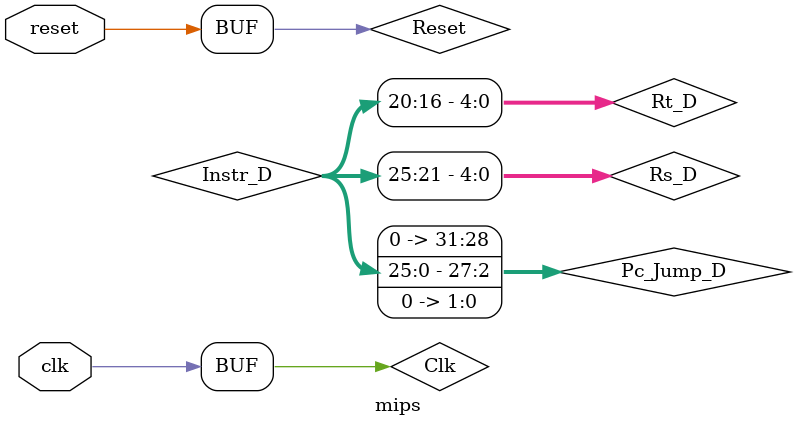
<source format=v>
`timescale 1ns / 1ps
 module mips(
    input clk,
    input reset
    );
	 //F¼¶Á÷Ë®Ïß
	 wire [31:0] Pc_F;
	 wire [31:0] Instr_F;
	 wire [31:0] Pc_Add1_F;
	 //D¼¶Á÷Ë®Ïß
	 wire [31:0] Pc_D;
	 wire [31:0] Instr_D;
	 wire [31:0] Pc_Branch_D, Pc_Jump_D, Pc_Jump_Result;
	 wire [31:0] Sign_Imme_D;
	 wire [31:0] Rd1_D, Rd2_D;
	 //D¼¶¿ØÖÆÐÅºÅ
	 wire Pc_Src_D, Jump_D, RegWrite_D, MemtoReg_D, MemWrite_D;
	 wire Alu_Src_D, Reg_Dst_D, Branch_D, Ext_Op_D, Equal_D;
	 wire [5:0] Op_D, Funct_D;
	 wire [4:0] Rs_D, Rt_D, Rd_M, Rd_W;
	 wire [31:0] Zero_In1;
	 wire [31:0] Zero_In2;
	 //E¼¶Á÷Ë®Ïß
	 wire [31:0] Sign_Imme_E;
	 wire [31:0] Rd1_E, Rd2_E, Result_E;
	 wire [4:0] Rs_E, Rt_E, Rd_E, RegDst_Out_E, Shamt_E;
	 wire [31:0] Src_A_E, Src_B_E, Write_Data_E, Alu_Out_E, Pc_E; 
	 wire [5:0] Op_E, Funct_E;
	 wire [4:0] WriteReg_E;
	 //E¼¶¿ØÖÆÐÅºÅ
	 wire RegWrite_E, MemtoReg_E, MemWrite_E;
	 wire Alu_Src_E, Reg_Dst_E, Branch_E, Ext_Op_E, Equal_E;
	 //M¼¶Á÷Ë®Ïß
	 wire [31:0] Result_M, Write_Data_M,Pc_M, DM_Out_M, Write_Data_ReSult_M;
	 wire [5:0] Op_M;
	 wire [4:0] WriteReg_M;
	  //M¼¶¿ØÖÆÐÅºÅ
	 wire RegWrite_M, MemtoReg_M, MemWrite_M;
	 //W¼¶Á÷Ë®Ïß
	 wire [31:0] DM_Out_W, Alu_Out_W, Result_W, Pc_W, Result_W;
	 wire [4:0] WriteReg_W, WriteReg_W;
	 wire RegWrite_W, MemtoReg_W;
	 //Tuse,Tnew
	 wire [1:0] Tnew_D, Tuse_Rs_D, Tuse_Rt_D;
	 wire [1:0] Tnew_E, Tuse_Rs_E, Tuse_Rt_E;
	 wire [1:0] Tnew_M, Tuse_Rs_M, Tuse_Rt_M;
	 wire [1:0] Tnew_W;
	 //ÔÝÍ£ÐÅºÅ
	 wire Pause;
	 assign Clk = clk;
	 assign Reset = reset;
	 assign Pc_Jump_D = {0,Instr_D[25:0]} << 2;
	 assign Pc_Src_D = Branch_D & Equal_D;
	 assign Rs_D = Instr_D[25:21];
	 assign Rt_D = Instr_D[20:16];
	 
	 
	 
	 wire [31:0] Pc_D_Real;
	 assign Pc_D_Real = ((Pc_D << 2) - 4);
//F¼¶Á÷Ë®Ïß
//////////////////////////////////////////////////////////////////////
	Im IM(
		.Pc_In(Pc_F),
		.Instr_Out(Instr_F)
	);
	Add4 ADD4(
		.Pc_In(Pc_F),
		.Pc_Add1_Out(Pc_Add1_F)
	);
	Pc PC(
		.Pc_Src_In(Pc_Src_D),
		.Jump_In(Jump_D),
		.Clk(Clk),
		.Reset(Reset),
		.Pause(Pause),
		.Bpc_In(Pc_Branch_D),
		.Jpc_In(Pc_Jump_Result),
		.Pc_Add1_In(Pc_Add1_F),
		.Pc_Out(Pc_F)
	);
	FDReg FDREG(
		.Instr_In(Instr_F),
		.Pc_In(Pc_Add1_F),
		.Instr_Out(Instr_D),
		.Pc_Out(Pc_D),
		.Clk(Clk),
		.Reset(Reset),
		.Pause(Pause)
	);
//D¼¶Á÷Ë®Ïß
//////////////////////////////////////////////////////////////////////
	Ctrl CTRL(
		//.Clk(clk),
		 //op,funcÊäÈë
		.Op_In(Instr_D[31:26]),
		.Funct_In(Instr_D[5:0]),
		//¿ØÖÆÐÅºÅÊä³ö
		.RegWrite_Out(RegWrite_D),
		.MemtoReg_Out(MemtoReg_D),
		.MemWrite_Out(MemWrite_D),
		.Alu_Src_Out(Alu_Src_D),
		.Reg_Dst_Out(Reg_Dst_D),
		.Branch_Out(Branch_D),
		.Jump_Out(Jump_D),
		.Ext_Op_Out(Ext_Op_D),
		.Jal_Reg_Out(Jal_Reg_D),
		.Jal_Data_Out(Jal_Data_D),
		.Jr_Out(Jr_D),
		//Tuse,Tnew
		.Tuse_Rs_Out(Tuse_Rs_D),
		.Tuse_Rt_Out(Tuse_Rt_D),
		.Tnew_Out(Tnew_D),
		//op,funcÊä³ö
		.Op_Out(Op_D),
		.Funct_Out(Funct_D)
	);
	Grf GRF(
		.Pc_In(Pc_W-1),
		.A1_In(Rs_D),
		.A2_In(Rt_D),
		.A3_In(WriteReg_W),
		.Wd3_In(Result_W),
		.Rd1_Out(Rd1_D),
		.Rd2_Out(Rd2_D),
		.Clk(Clk),
		.Reset(Reset),
		.We3_In(RegWrite_W)
	);
	Ext EXT(
		.Imme_In(Instr_D[15:0]),
		.Ext_Out(Sign_Imme_D),
		.Ext_Op(Ext_Op_D)
	);
	PcBranch PCBRANCH(
		.Pc_In(Pc_D),
		.Imme_In(Instr_D[15:0]),
		.Pc_Out(Pc_Branch_D)
	);
	Mux JR(
		.In32_1(Pc_Jump_D),
		.In32_2(Zero_In1),
		.Out_32(Pc_Jump_Result),
		.Sel(Jr_D)
	);
	Src Zero_1(
		//.Clk(clk),
		.Data_E(Rd1_D),
		.Data_M(Result_M),
		.Data_W(Result_W),
		.Reg_E(Rs_D),
		.Reg_M(WriteReg_M),
		.Reg_W(WriteReg_W),
		.Tnew_In_M(Tnew_M),
		.Tnew_In_W(Tnew_W),
		.RegWrite_M(RegWrite_M),
		.RegWrite_W(RegWrite_W),
		.Data_Out(Zero_In1)
	);
	Src Zero_2(
		//.Clk(clk),
		.Data_E(Rd2_D),
		.Data_M(Result_M),
		.Data_W(Result_W),
		.Reg_E(Rt_D),
		.Reg_M(WriteReg_M),
		.Reg_W(WriteReg_W),
		.Tnew_In_M(Tnew_M),
		.Tnew_In_W(Tnew_W),
		.RegWrite_M(RegWrite_M),
		.RegWrite_W(RegWrite_W),
		.Data_Out(Zero_In2)
	);
	Zero ZERO(
		.Op_In(Instr_D[31:26]),
		.Rt_In(Instr_D[20:16]),
		.In_1(Zero_In1),
		.In_2(Zero_In2),
		.Zero_Out(Equal_D)
	);
	DEReg DEREG(
		.Clk(Clk),
		.Pause(Pause),
		//Êý¾ÝÊäÈë
		.Rd1_In(Rd1_D),
		.Rd2_In(Rd2_D),
		.Sign_Imme_In(Sign_Imme_D),
		.Rs_In(Instr_D[25:21]),
		.Rt_In(Instr_D[20:16]),
		.Rd_In(Instr_D[15:11]),
		.Shamt_In(Instr_D[10:6]),
		//Êý¾ÝÊä³ö
		.Rd1_Out(Rd1_E),
		.Rd2_Out(Rd2_E),
		.Sign_Imme_Out(Sign_Imme_E),
		.Rs_Out(Rs_E),
		.Rt_Out(Rt_E),
		.Rd_Out(Rd_E),
		.Shamt_Out(Shamt_E),
		//ÐÅºÅÊäÈë
		.RegWrite_In(RegWrite_D),
		.MemtoReg_In(MemtoReg_D),
		.MemWrite_In(MemWrite_D),
		.Alu_Src_In(Alu_Src_D),
		.Reg_Dst_In(Reg_Dst_D),
		.Jal_Reg_In(Jal_Reg_D),
		.Jal_Data_In(Jal_Data_D),
		//ÐÅºÅÊä³ö
		.RegWrite_Out(RegWrite_E),
		.MemtoReg_Out(MemtoReg_E),
		.MemWrite_Out(MemWrite_E),
		.Alu_Src_Out(Alu_Src_E),
		.Reg_Dst_Out(Reg_Dst_E),
		.Jal_Reg_Out(Jal_Reg_E),
		.Jal_Data_Out(Jal_Data_E),
		//op,funcÊäÈë
		.Op_In(Op_D),
		.Funct_In(Funct_D),
		//op,funcÊä³ö
		.Op_Out(Op_E),
		.Funct_Out(Funct_E),
		//pcÊäÈë
		.Pc_In(Pc_D),
		//pcÊä³ö
		.Pc_Out(Pc_E),
		//Tuse,TnewÊäÈë
		.Tuse_Rs_In(Tuse_Rs_D),
		.Tuse_Rt_In(Tuse_Rt_D),
		.Tnew_In(Tnew_D),
		//Tuse,TnewÊä³ö
		.Tuse_Rs_Out(Tuse_Rs_E),
		.Tuse_Rt_Out(Tuse_Rt_E),
		.Tnew_Out(Tnew_E)
		);
//E¼¶Á÷Ë®Ïß
//////////////////////////////////////////////////////////////////////
	//RegDst
	Mux RegDst (
		.In5_1(Rt_E),
		.In5_2(Rd_E),
		.Out_5(RegDst_Out_E),
		.Sel(Reg_Dst_E)
	);
	//AluSrc
	Mux AluSrc (
		.In32_1(Write_Data_E),
		.In32_2(Sign_Imme_E),
		.Out_32(Src_B_E),
		.Sel(Alu_Src_E)
	);
	//Src¿ØÖÆÐÅºÅ
	Src SrcA (
		//.Clk(clk),
		.Data_E(Rd1_E),
		.Data_M(Result_M),
		.Data_W(Result_W),
		.Reg_E(Rs_E),
		.Reg_M(WriteReg_M),
		.Reg_W(WriteReg_W),
		.Tnew_In_M(Tnew_M),
		.Tnew_In_W(Tnew_W),
		.RegWrite_M(RegWrite_M),
		.RegWrite_W(RegWrite_W),
		.Data_Out(Src_A_E)
	);
	Src SrcB (
		//.Clk(clk),
		.Data_E(Rd2_E),
		.Data_M(Result_M),
		.Data_W(Result_W),
		.Reg_E(Rt_E),
		.Reg_M(WriteReg_M),
		.Reg_W(WriteReg_W),
		.Tnew_In_M(Tnew_M),
		.Tnew_In_W(Tnew_W),
		.RegWrite_M(RegWrite_M),
		.RegWrite_W(RegWrite_W),
		.Data_Out(Write_Data_E)
	);
	//Aluµ¥Ôª
	Alu ALU(
		.Op_In(Op_E),
		.Func_In(Funct_E),
		.Shamt_In(Shamt_E),
		.SrcA_In(Src_A_E),
		.SrcB_In(Src_B_E),
		.Aluresult_Out(Alu_Out_E)
	);
	//Jal
	Mux Jal_Reg (
		.In5_1(RegDst_Out_E),
		.In5_2(5'b11111),
		.Out_5(WriteReg_E),
		.Sel(Jal_Reg_E)
	);
	Mux Jal_Data (
		.In32_1(Alu_Out_E),
		.In32_2(12288 + (Pc_E << 2) + 4),
		.Out_32(Result_E),
		.Sel(Jal_Data_E)
	);
	//EMReg
	EMReg EMREG(
		.Clk(Clk),
		//ÊäÈëÊý¾Ý
		.AluResult_In(Result_E),
		.WriteData_In(Write_Data_E),
		.WriteReg_In(WriteReg_E),
		//Êä³öÊý¾Ý
		.AluResult_Out(Result_M),
		.WriteData_Out(Write_Data_M),
		.WriteReg_Out(WriteReg_M),
		//ÊäÈëÐÅºÅ
		.RegWrite_In(RegWrite_E),
		.MemtoReg_In(MemtoReg_E),
		.MemWrite_In(MemWrite_E),
		//Êä³öÐÅºÅ
		.RegWrite_Out(RegWrite_M),
		.MemtoReg_Out(MemtoReg_M),
		.MemWrite_Out(MemWrite_M),
		//pcÊäÈë
		.Pc_In(Pc_E),
		//pcÊä³ö
		.Pc_Out(Pc_M),
		//Tuse,TnewÊäÈë
		.Tuse_Rs_In(Tuse_Rs_E),
		.Tuse_Rt_In(Tuse_Rt_E),
		.Tnew_In(Tnew_E),
		//Tuse,TnewÊä³ö
		.Tuse_Rs_Out(Tuse_Rs_M),
		.Tuse_Rt_Out(Tuse_Rt_M),
		.Tnew_Out(Tnew_M),
		//OpÊäÈë
		.Op_In(Op_E),
		//OpÊä³ö
		.Op_Out(Op_M)
	);
//M¼¶Á÷Ë®Ïß
//////////////////////////////////////////////////////////////////////¡¢
	/*Src DM_In_M(
		//.Clk(clk),
		.Data_E(Write_Data_M),
		.Data_W(Result_W),
		.Reg_E(WriteReg_M),
		.Reg_W(WriteReg_W),
		.Tnew_In_W(Tnew_W),
		.RegWrite_W(RegWrite_W),
		.Data_Out(Write_Data_ReSult_M)
	);
	*/
	DM DM(
		.Clk(Clk),
		.Reset(Reset),
		.MemWrite_In(MemWrite_M),
		.Op_In(Op_M),
		.Pc_In(Pc_M-1),
		.Addr_In(Result_M),
		.D_In(Write_Data_M),
		.D_Out(DM_Out_M)
	);
	MWReg MWREG(
		.Clk(Clk),
		//pcÊäÈë
		.Pc_In(Pc_M),
		//pcÊä³ö
		.Pc_Out(Pc_W),
		//¿ØÖÆÐÅºÅÊäÈë
		.RegMem_In(RegWrite_M),
		.MemtoReg_In(MemtoReg_M),
		//¿ØÖÆÐÅºÅÊä³ö
		.RegMem_Out(RegWrite_W),
		.MemtoReg_Out(MemtoReg_W),
		//Êý¾ÝÊäÈë
		.ReadData_In(DM_Out_M),
		.WriteReg_In(WriteReg_M),
		.AluOut_In(Result_M),
		//Êý¾ÝÊä³ö
		.ReadData_Out(DM_Out_W),
		.WriteReg_Out(WriteReg_W),
		.AluOut_Out(Alu_Out_W),
		//Tnew
		.Tnew_In(Tnew_E),
		.Tnew_Out(Tnew_W)
	);
	Mux MemtoReg (
		.In32_1(Alu_Out_W),
		.In32_2(DM_Out_W),
		.Out_32(Result_W),
		.Sel(MemtoReg_W)
	);
	//ÔÝÍ£
	Pause PAUSE(
		.Rs_In(Instr_D[25:21]),
		.Rt_In(Instr_D[20:16]),
		.Rd_E_In(WriteReg_E),
		.Rd_M_In(WriteReg_M),
		.Tuse_Rs_In(Tuse_Rs_D),
		.Tuse_Rt_In(Tuse_Rt_D),
		.Tnew_E_In(Tnew_E),
		.Tnew_M_In(Tnew_M),
		.W_E_In(RegWrite_E),
		.W_M_In(RegWrite_M),
		.Pause_Out(Pause)
	);
endmodule

</source>
